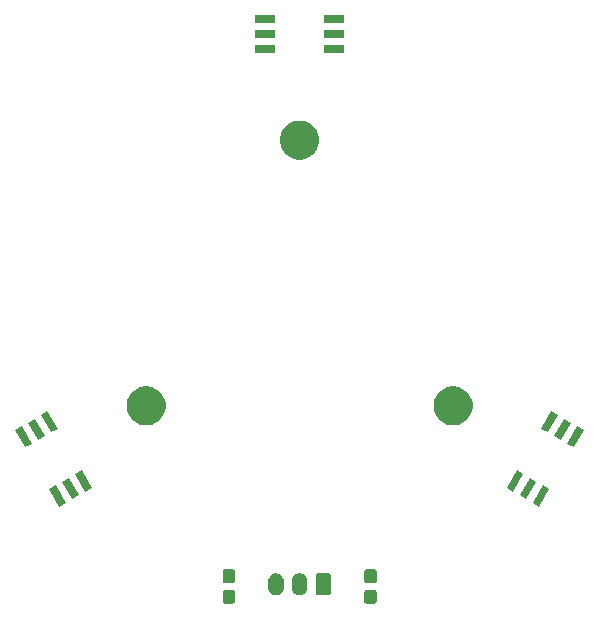
<source format=gbr>
G04 #@! TF.GenerationSoftware,KiCad,Pcbnew,(5.0.1-3-g963ef8bb5)*
G04 #@! TF.CreationDate,2019-08-29T11:39:49+02:00*
G04 #@! TF.ProjectId,crecol_encoder,637265636F6C5F656E636F6465722E6B,rev?*
G04 #@! TF.SameCoordinates,Original*
G04 #@! TF.FileFunction,Soldermask,Bot*
G04 #@! TF.FilePolarity,Negative*
%FSLAX46Y46*%
G04 Gerber Fmt 4.6, Leading zero omitted, Abs format (unit mm)*
G04 Created by KiCad (PCBNEW (5.0.1-3-g963ef8bb5)) date 2019 August 29, Thursday 11:39:49*
%MOMM*%
%LPD*%
G01*
G04 APERTURE LIST*
%ADD10C,0.100000*%
G04 APERTURE END LIST*
D10*
G36*
X106364499Y-123103445D02*
X106401993Y-123114819D01*
X106436557Y-123133294D01*
X106466847Y-123158153D01*
X106491706Y-123188443D01*
X106510181Y-123223007D01*
X106521555Y-123260501D01*
X106526000Y-123305638D01*
X106526000Y-124044362D01*
X106521555Y-124089499D01*
X106510181Y-124126993D01*
X106491706Y-124161557D01*
X106466847Y-124191847D01*
X106436557Y-124216706D01*
X106401993Y-124235181D01*
X106364499Y-124246555D01*
X106319362Y-124251000D01*
X105680638Y-124251000D01*
X105635501Y-124246555D01*
X105598007Y-124235181D01*
X105563443Y-124216706D01*
X105533153Y-124191847D01*
X105508294Y-124161557D01*
X105489819Y-124126993D01*
X105478445Y-124089499D01*
X105474000Y-124044362D01*
X105474000Y-123305638D01*
X105478445Y-123260501D01*
X105489819Y-123223007D01*
X105508294Y-123188443D01*
X105533153Y-123158153D01*
X105563443Y-123133294D01*
X105598007Y-123114819D01*
X105635501Y-123103445D01*
X105680638Y-123099000D01*
X106319362Y-123099000D01*
X106364499Y-123103445D01*
X106364499Y-123103445D01*
G37*
G36*
X94364499Y-123103445D02*
X94401993Y-123114819D01*
X94436557Y-123133294D01*
X94466847Y-123158153D01*
X94491706Y-123188443D01*
X94510181Y-123223007D01*
X94521555Y-123260501D01*
X94526000Y-123305638D01*
X94526000Y-124044362D01*
X94521555Y-124089499D01*
X94510181Y-124126993D01*
X94491706Y-124161557D01*
X94466847Y-124191847D01*
X94436557Y-124216706D01*
X94401993Y-124235181D01*
X94364499Y-124246555D01*
X94319362Y-124251000D01*
X93680638Y-124251000D01*
X93635501Y-124246555D01*
X93598007Y-124235181D01*
X93563443Y-124216706D01*
X93533153Y-124191847D01*
X93508294Y-124161557D01*
X93489819Y-124126993D01*
X93478445Y-124089499D01*
X93474000Y-124044362D01*
X93474000Y-123305638D01*
X93478445Y-123260501D01*
X93489819Y-123223007D01*
X93508294Y-123188443D01*
X93533153Y-123158153D01*
X93563443Y-123133294D01*
X93598007Y-123114819D01*
X93635501Y-123103445D01*
X93680638Y-123099000D01*
X94319362Y-123099000D01*
X94364499Y-123103445D01*
X94364499Y-123103445D01*
G37*
G36*
X98127618Y-121683420D02*
X98209427Y-121708237D01*
X98250333Y-121720645D01*
X98328600Y-121762480D01*
X98363426Y-121781095D01*
X98462553Y-121862447D01*
X98543905Y-121961574D01*
X98543906Y-121961576D01*
X98604355Y-122074667D01*
X98604355Y-122074668D01*
X98641580Y-122197382D01*
X98651000Y-122293027D01*
X98651000Y-122906973D01*
X98641580Y-123002618D01*
X98616763Y-123084427D01*
X98604355Y-123125333D01*
X98555953Y-123215885D01*
X98543905Y-123238426D01*
X98462553Y-123337553D01*
X98462551Y-123337555D01*
X98432764Y-123362000D01*
X98363425Y-123418905D01*
X98311699Y-123446553D01*
X98250332Y-123479355D01*
X98209426Y-123491763D01*
X98127617Y-123516580D01*
X98000000Y-123529149D01*
X97872382Y-123516580D01*
X97790573Y-123491763D01*
X97749667Y-123479355D01*
X97636576Y-123418906D01*
X97636574Y-123418905D01*
X97537447Y-123337553D01*
X97456095Y-123238425D01*
X97422745Y-123176031D01*
X97395645Y-123125332D01*
X97383237Y-123084426D01*
X97358420Y-123002617D01*
X97349000Y-122906972D01*
X97349000Y-122293027D01*
X97358420Y-122197382D01*
X97395645Y-122074668D01*
X97395645Y-122074667D01*
X97415795Y-122036970D01*
X97456095Y-121961574D01*
X97537448Y-121862447D01*
X97636575Y-121781095D01*
X97671401Y-121762480D01*
X97749668Y-121720645D01*
X97790574Y-121708237D01*
X97872383Y-121683420D01*
X98000000Y-121670851D01*
X98127618Y-121683420D01*
X98127618Y-121683420D01*
G37*
G36*
X100127618Y-121683420D02*
X100209427Y-121708237D01*
X100250333Y-121720645D01*
X100328600Y-121762480D01*
X100363426Y-121781095D01*
X100462553Y-121862447D01*
X100543905Y-121961574D01*
X100543906Y-121961576D01*
X100604355Y-122074667D01*
X100604355Y-122074668D01*
X100641580Y-122197382D01*
X100651000Y-122293027D01*
X100651000Y-122906973D01*
X100641580Y-123002618D01*
X100616763Y-123084427D01*
X100604355Y-123125333D01*
X100555953Y-123215885D01*
X100543905Y-123238426D01*
X100462553Y-123337553D01*
X100462551Y-123337555D01*
X100432764Y-123362000D01*
X100363425Y-123418905D01*
X100311699Y-123446553D01*
X100250332Y-123479355D01*
X100209426Y-123491763D01*
X100127617Y-123516580D01*
X100000000Y-123529149D01*
X99872382Y-123516580D01*
X99790573Y-123491763D01*
X99749667Y-123479355D01*
X99636576Y-123418906D01*
X99636574Y-123418905D01*
X99537447Y-123337553D01*
X99456095Y-123238425D01*
X99422745Y-123176031D01*
X99395645Y-123125332D01*
X99383237Y-123084426D01*
X99358420Y-123002617D01*
X99349000Y-122906972D01*
X99349000Y-122293027D01*
X99358420Y-122197382D01*
X99395645Y-122074668D01*
X99395645Y-122074667D01*
X99415795Y-122036970D01*
X99456095Y-121961574D01*
X99537448Y-121862447D01*
X99636575Y-121781095D01*
X99671401Y-121762480D01*
X99749668Y-121720645D01*
X99790574Y-121708237D01*
X99872383Y-121683420D01*
X100000000Y-121670851D01*
X100127618Y-121683420D01*
X100127618Y-121683420D01*
G37*
G36*
X102491242Y-121678404D02*
X102528339Y-121689657D01*
X102562520Y-121707927D01*
X102592482Y-121732518D01*
X102617073Y-121762480D01*
X102635343Y-121796661D01*
X102646596Y-121833758D01*
X102651000Y-121878473D01*
X102651000Y-123321527D01*
X102646596Y-123366242D01*
X102635343Y-123403339D01*
X102617073Y-123437520D01*
X102592482Y-123467482D01*
X102562520Y-123492073D01*
X102528339Y-123510343D01*
X102491242Y-123521596D01*
X102446527Y-123526000D01*
X101553473Y-123526000D01*
X101508758Y-123521596D01*
X101471661Y-123510343D01*
X101437480Y-123492073D01*
X101407518Y-123467482D01*
X101382927Y-123437520D01*
X101364657Y-123403339D01*
X101353404Y-123366242D01*
X101349000Y-123321527D01*
X101349000Y-121878473D01*
X101353404Y-121833758D01*
X101364657Y-121796661D01*
X101382927Y-121762480D01*
X101407518Y-121732518D01*
X101437480Y-121707927D01*
X101471661Y-121689657D01*
X101508758Y-121678404D01*
X101553473Y-121674000D01*
X102446527Y-121674000D01*
X102491242Y-121678404D01*
X102491242Y-121678404D01*
G37*
G36*
X106364499Y-121353445D02*
X106401993Y-121364819D01*
X106436557Y-121383294D01*
X106466847Y-121408153D01*
X106491706Y-121438443D01*
X106510181Y-121473007D01*
X106521555Y-121510501D01*
X106526000Y-121555638D01*
X106526000Y-122294362D01*
X106521555Y-122339499D01*
X106510181Y-122376993D01*
X106491706Y-122411557D01*
X106466847Y-122441847D01*
X106436557Y-122466706D01*
X106401993Y-122485181D01*
X106364499Y-122496555D01*
X106319362Y-122501000D01*
X105680638Y-122501000D01*
X105635501Y-122496555D01*
X105598007Y-122485181D01*
X105563443Y-122466706D01*
X105533153Y-122441847D01*
X105508294Y-122411557D01*
X105489819Y-122376993D01*
X105478445Y-122339499D01*
X105474000Y-122294362D01*
X105474000Y-121555638D01*
X105478445Y-121510501D01*
X105489819Y-121473007D01*
X105508294Y-121438443D01*
X105533153Y-121408153D01*
X105563443Y-121383294D01*
X105598007Y-121364819D01*
X105635501Y-121353445D01*
X105680638Y-121349000D01*
X106319362Y-121349000D01*
X106364499Y-121353445D01*
X106364499Y-121353445D01*
G37*
G36*
X94364499Y-121353445D02*
X94401993Y-121364819D01*
X94436557Y-121383294D01*
X94466847Y-121408153D01*
X94491706Y-121438443D01*
X94510181Y-121473007D01*
X94521555Y-121510501D01*
X94526000Y-121555638D01*
X94526000Y-122294362D01*
X94521555Y-122339499D01*
X94510181Y-122376993D01*
X94491706Y-122411557D01*
X94466847Y-122441847D01*
X94436557Y-122466706D01*
X94401993Y-122485181D01*
X94364499Y-122496555D01*
X94319362Y-122501000D01*
X93680638Y-122501000D01*
X93635501Y-122496555D01*
X93598007Y-122485181D01*
X93563443Y-122466706D01*
X93533153Y-122441847D01*
X93508294Y-122411557D01*
X93489819Y-122376993D01*
X93478445Y-122339499D01*
X93474000Y-122294362D01*
X93474000Y-121555638D01*
X93478445Y-121510501D01*
X93489819Y-121473007D01*
X93508294Y-121438443D01*
X93533153Y-121408153D01*
X93563443Y-121383294D01*
X93598007Y-121364819D01*
X93635501Y-121353445D01*
X93680638Y-121349000D01*
X94319362Y-121349000D01*
X94364499Y-121353445D01*
X94364499Y-121353445D01*
G37*
G36*
X80207972Y-115720462D02*
X79643324Y-116046462D01*
X78792324Y-114572486D01*
X79356972Y-114246486D01*
X80207972Y-115720462D01*
X80207972Y-115720462D01*
G37*
G36*
X121157676Y-114572486D02*
X120306676Y-116046462D01*
X119742028Y-115720462D01*
X120593028Y-114246486D01*
X121157676Y-114572486D01*
X121157676Y-114572486D01*
G37*
G36*
X81307824Y-115085462D02*
X80743176Y-115411462D01*
X79892176Y-113937486D01*
X80456824Y-113611486D01*
X81307824Y-115085462D01*
X81307824Y-115085462D01*
G37*
G36*
X120057824Y-113937486D02*
X119206824Y-115411462D01*
X118642176Y-115085462D01*
X119493176Y-113611486D01*
X120057824Y-113937486D01*
X120057824Y-113937486D01*
G37*
G36*
X118957972Y-113302486D02*
X118106972Y-114776462D01*
X117542324Y-114450462D01*
X118393324Y-112976486D01*
X118957972Y-113302486D01*
X118957972Y-113302486D01*
G37*
G36*
X82407676Y-114450462D02*
X81843028Y-114776462D01*
X80992028Y-113302486D01*
X81556676Y-112976486D01*
X82407676Y-114450462D01*
X82407676Y-114450462D01*
G37*
G36*
X124057676Y-109549538D02*
X123206676Y-111023514D01*
X122642028Y-110697514D01*
X123493028Y-109223538D01*
X124057676Y-109549538D01*
X124057676Y-109549538D01*
G37*
G36*
X77307972Y-110697514D02*
X76743324Y-111023514D01*
X75892324Y-109549538D01*
X76456972Y-109223538D01*
X77307972Y-110697514D01*
X77307972Y-110697514D01*
G37*
G36*
X122957824Y-108914538D02*
X122106824Y-110388514D01*
X121542176Y-110062514D01*
X122393176Y-108588538D01*
X122957824Y-108914538D01*
X122957824Y-108914538D01*
G37*
G36*
X78407824Y-110062514D02*
X77843176Y-110388514D01*
X76992176Y-108914538D01*
X77556824Y-108588538D01*
X78407824Y-110062514D01*
X78407824Y-110062514D01*
G37*
G36*
X121857972Y-108279538D02*
X121006972Y-109753514D01*
X120442324Y-109427514D01*
X121293324Y-107953538D01*
X121857972Y-108279538D01*
X121857972Y-108279538D01*
G37*
G36*
X79507676Y-109427514D02*
X78943028Y-109753514D01*
X78092028Y-108279538D01*
X78656676Y-107953538D01*
X79507676Y-109427514D01*
X79507676Y-109427514D01*
G37*
G36*
X87384875Y-105891298D02*
X87491198Y-105912447D01*
X87791661Y-106036903D01*
X88058471Y-106215180D01*
X88062073Y-106217587D01*
X88292032Y-106447546D01*
X88472717Y-106717960D01*
X88597172Y-107018422D01*
X88660619Y-107337389D01*
X88660619Y-107662611D01*
X88597172Y-107981578D01*
X88472717Y-108282040D01*
X88292032Y-108552454D01*
X88062073Y-108782413D01*
X88062070Y-108782415D01*
X87791661Y-108963097D01*
X87491198Y-109087553D01*
X87384875Y-109108702D01*
X87172230Y-109151000D01*
X86847008Y-109151000D01*
X86634363Y-109108702D01*
X86528040Y-109087553D01*
X86227577Y-108963097D01*
X85957168Y-108782415D01*
X85957165Y-108782413D01*
X85727206Y-108552454D01*
X85546521Y-108282040D01*
X85422066Y-107981578D01*
X85358619Y-107662611D01*
X85358619Y-107337389D01*
X85422066Y-107018422D01*
X85546521Y-106717960D01*
X85727206Y-106447546D01*
X85957165Y-106217587D01*
X85960767Y-106215180D01*
X86227577Y-106036903D01*
X86528040Y-105912447D01*
X86634363Y-105891298D01*
X86847008Y-105849000D01*
X87172230Y-105849000D01*
X87384875Y-105891298D01*
X87384875Y-105891298D01*
G37*
G36*
X113365637Y-105891298D02*
X113471960Y-105912447D01*
X113772423Y-106036903D01*
X114039233Y-106215180D01*
X114042835Y-106217587D01*
X114272794Y-106447546D01*
X114453479Y-106717960D01*
X114577934Y-107018422D01*
X114641381Y-107337389D01*
X114641381Y-107662611D01*
X114577934Y-107981578D01*
X114453479Y-108282040D01*
X114272794Y-108552454D01*
X114042835Y-108782413D01*
X114042832Y-108782415D01*
X113772423Y-108963097D01*
X113471960Y-109087553D01*
X113365637Y-109108702D01*
X113152992Y-109151000D01*
X112827770Y-109151000D01*
X112615125Y-109108702D01*
X112508802Y-109087553D01*
X112208339Y-108963097D01*
X111937930Y-108782415D01*
X111937927Y-108782413D01*
X111707968Y-108552454D01*
X111527283Y-108282040D01*
X111402828Y-107981578D01*
X111339381Y-107662611D01*
X111339381Y-107337389D01*
X111402828Y-107018422D01*
X111527283Y-106717960D01*
X111707968Y-106447546D01*
X111937927Y-106217587D01*
X111941529Y-106215180D01*
X112208339Y-106036903D01*
X112508802Y-105912447D01*
X112615125Y-105891298D01*
X112827770Y-105849000D01*
X113152992Y-105849000D01*
X113365637Y-105891298D01*
X113365637Y-105891298D01*
G37*
G36*
X100375256Y-83391298D02*
X100481579Y-83412447D01*
X100782042Y-83536903D01*
X101048852Y-83715180D01*
X101052454Y-83717587D01*
X101282413Y-83947546D01*
X101463098Y-84217960D01*
X101587553Y-84518422D01*
X101651000Y-84837389D01*
X101651000Y-85162611D01*
X101587553Y-85481578D01*
X101463098Y-85782040D01*
X101282413Y-86052454D01*
X101052454Y-86282413D01*
X101052451Y-86282415D01*
X100782042Y-86463097D01*
X100481579Y-86587553D01*
X100375256Y-86608702D01*
X100162611Y-86651000D01*
X99837389Y-86651000D01*
X99624744Y-86608702D01*
X99518421Y-86587553D01*
X99217958Y-86463097D01*
X98947549Y-86282415D01*
X98947546Y-86282413D01*
X98717587Y-86052454D01*
X98536902Y-85782040D01*
X98412447Y-85481578D01*
X98349000Y-85162611D01*
X98349000Y-84837389D01*
X98412447Y-84518422D01*
X98536902Y-84217960D01*
X98717587Y-83947546D01*
X98947546Y-83717587D01*
X98951148Y-83715180D01*
X99217958Y-83536903D01*
X99518421Y-83412447D01*
X99624744Y-83391298D01*
X99837389Y-83349000D01*
X100162611Y-83349000D01*
X100375256Y-83391298D01*
X100375256Y-83391298D01*
G37*
G36*
X97951000Y-77596000D02*
X96249000Y-77596000D01*
X96249000Y-76944000D01*
X97951000Y-76944000D01*
X97951000Y-77596000D01*
X97951000Y-77596000D01*
G37*
G36*
X103751000Y-77596000D02*
X102049000Y-77596000D01*
X102049000Y-76944000D01*
X103751000Y-76944000D01*
X103751000Y-77596000D01*
X103751000Y-77596000D01*
G37*
G36*
X97951000Y-76326000D02*
X96249000Y-76326000D01*
X96249000Y-75674000D01*
X97951000Y-75674000D01*
X97951000Y-76326000D01*
X97951000Y-76326000D01*
G37*
G36*
X103751000Y-76326000D02*
X102049000Y-76326000D01*
X102049000Y-75674000D01*
X103751000Y-75674000D01*
X103751000Y-76326000D01*
X103751000Y-76326000D01*
G37*
G36*
X97951000Y-75056000D02*
X96249000Y-75056000D01*
X96249000Y-74404000D01*
X97951000Y-74404000D01*
X97951000Y-75056000D01*
X97951000Y-75056000D01*
G37*
G36*
X103751000Y-75056000D02*
X102049000Y-75056000D01*
X102049000Y-74404000D01*
X103751000Y-74404000D01*
X103751000Y-75056000D01*
X103751000Y-75056000D01*
G37*
M02*

</source>
